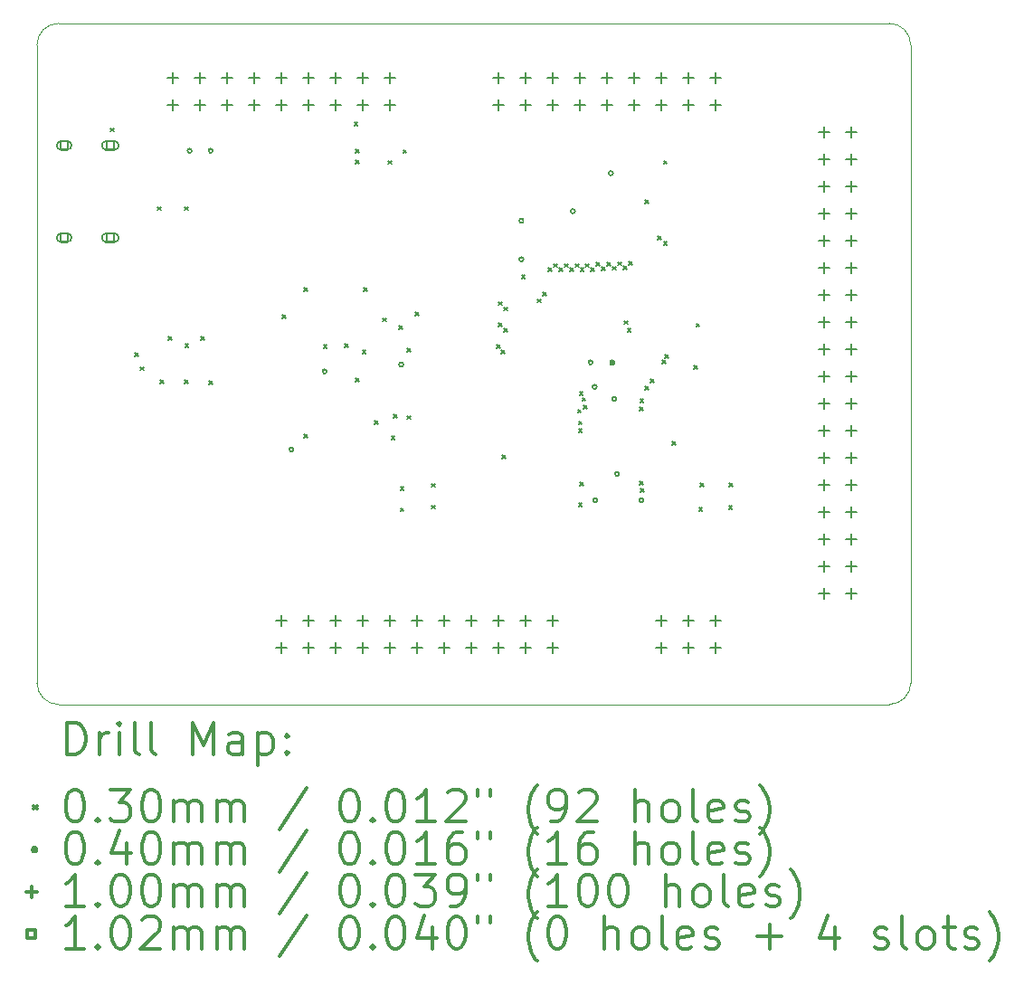
<source format=gbr>
%FSLAX45Y45*%
G04 Gerber Fmt 4.5, Leading zero omitted, Abs format (unit mm)*
G04 Created by KiCad (PCBNEW (5.1.2-1)-1) date 2019-12-25 23:24:40*
%MOMM*%
%LPD*%
G04 APERTURE LIST*
%ADD10C,0.050000*%
%ADD11C,0.200000*%
%ADD12C,0.300000*%
G04 APERTURE END LIST*
D10*
X9245600Y-1270000D02*
G75*
G02X9448800Y-1473200I0J-203200D01*
G01*
X9448800Y-7442200D02*
G75*
G02X9245600Y-7645400I-203200J0D01*
G01*
X1473200Y-7645400D02*
G75*
G02X1270000Y-7442200I0J203200D01*
G01*
X1270000Y-1473200D02*
G75*
G02X1473200Y-1270000I203200J0D01*
G01*
X9245600Y-7645400D02*
X1473200Y-7645400D01*
X9448800Y-1473200D02*
X9448800Y-7442200D01*
X1270000Y-7442200D02*
X1270000Y-1473200D01*
X1473200Y-1270000D02*
X9245600Y-1270000D01*
D11*
X1958575Y-2251950D02*
X1988575Y-2281950D01*
X1988575Y-2251950D02*
X1958575Y-2281950D01*
X2188450Y-4353800D02*
X2218450Y-4383800D01*
X2218450Y-4353800D02*
X2188450Y-4383800D01*
X2236350Y-4487150D02*
X2266350Y-4517150D01*
X2266350Y-4487150D02*
X2236350Y-4517150D01*
X2398000Y-2988550D02*
X2428000Y-3018550D01*
X2428000Y-2988550D02*
X2398000Y-3018550D01*
X2423400Y-4607800D02*
X2453400Y-4637800D01*
X2453400Y-4607800D02*
X2423400Y-4637800D01*
X2499600Y-4201400D02*
X2529600Y-4231400D01*
X2529600Y-4201400D02*
X2499600Y-4231400D01*
X2652000Y-2988550D02*
X2682000Y-3018550D01*
X2682000Y-2988550D02*
X2652000Y-3018550D01*
X2652000Y-4607800D02*
X2682000Y-4637800D01*
X2682000Y-4607800D02*
X2652000Y-4637800D01*
X2658350Y-4271250D02*
X2688350Y-4301250D01*
X2688350Y-4271250D02*
X2658350Y-4301250D01*
X2804400Y-4201400D02*
X2834400Y-4231400D01*
X2834400Y-4201400D02*
X2804400Y-4231400D01*
X2880600Y-4620500D02*
X2910600Y-4650500D01*
X2910600Y-4620500D02*
X2880600Y-4650500D01*
X3566401Y-3998200D02*
X3596401Y-4028200D01*
X3596401Y-3998200D02*
X3566401Y-4028200D01*
X3769600Y-3744200D02*
X3799600Y-3774200D01*
X3799600Y-3744200D02*
X3769600Y-3774200D01*
X3769600Y-5115800D02*
X3799600Y-5145800D01*
X3799600Y-5115800D02*
X3769600Y-5145800D01*
X3953750Y-4277600D02*
X3983750Y-4307600D01*
X3983750Y-4277600D02*
X3953750Y-4307600D01*
X4150600Y-4271250D02*
X4180600Y-4301250D01*
X4180600Y-4271250D02*
X4150600Y-4301250D01*
X4239500Y-2194800D02*
X4269500Y-2224800D01*
X4269500Y-2194800D02*
X4239500Y-2224800D01*
X4252200Y-2448800D02*
X4282200Y-2478800D01*
X4282200Y-2448800D02*
X4252200Y-2478800D01*
X4252200Y-4595100D02*
X4282200Y-4625100D01*
X4282200Y-4595100D02*
X4252200Y-4625100D01*
X4255100Y-2550400D02*
X4285100Y-2580400D01*
X4285100Y-2550400D02*
X4255100Y-2580400D01*
X4318003Y-4330703D02*
X4348003Y-4360703D01*
X4348003Y-4330703D02*
X4318003Y-4360703D01*
X4328400Y-3744200D02*
X4358400Y-3774200D01*
X4358400Y-3744200D02*
X4328400Y-3774200D01*
X4430000Y-4988800D02*
X4460000Y-5018800D01*
X4460000Y-4988800D02*
X4430000Y-5018800D01*
X4506200Y-4029950D02*
X4536200Y-4059950D01*
X4536200Y-4029950D02*
X4506200Y-4059950D01*
X4557000Y-2556750D02*
X4587000Y-2586750D01*
X4587000Y-2556750D02*
X4557000Y-2586750D01*
X4588750Y-5134850D02*
X4618750Y-5164850D01*
X4618750Y-5134850D02*
X4588750Y-5164850D01*
X4607800Y-4931650D02*
X4637800Y-4961650D01*
X4637800Y-4931650D02*
X4607800Y-4961650D01*
X4658600Y-4099800D02*
X4688600Y-4129800D01*
X4688600Y-4099800D02*
X4658600Y-4129800D01*
X4671300Y-5611100D02*
X4701300Y-5641100D01*
X4701300Y-5611100D02*
X4671300Y-5641100D01*
X4671300Y-5807950D02*
X4701300Y-5837950D01*
X4701300Y-5807950D02*
X4671300Y-5837950D01*
X4696700Y-2455150D02*
X4726700Y-2485150D01*
X4726700Y-2455150D02*
X4696700Y-2485150D01*
X4734800Y-4315700D02*
X4764800Y-4345700D01*
X4764800Y-4315700D02*
X4734800Y-4345700D01*
X4734800Y-4944350D02*
X4764800Y-4974350D01*
X4764800Y-4944350D02*
X4734800Y-4974350D01*
X4811000Y-3972800D02*
X4841000Y-4002800D01*
X4841000Y-3972800D02*
X4811000Y-4002800D01*
X4963400Y-5579350D02*
X4993400Y-5609350D01*
X4993400Y-5579350D02*
X4963400Y-5609350D01*
X4963400Y-5782550D02*
X4993400Y-5812550D01*
X4993400Y-5782550D02*
X4963400Y-5812550D01*
X5573000Y-4277600D02*
X5603000Y-4307600D01*
X5603000Y-4277600D02*
X5573000Y-4307600D01*
X5592050Y-3877550D02*
X5622050Y-3907550D01*
X5622050Y-3877550D02*
X5592050Y-3907550D01*
X5592050Y-4074400D02*
X5622050Y-4104400D01*
X5622050Y-4074400D02*
X5592050Y-4104400D01*
X5617450Y-4328400D02*
X5647450Y-4358400D01*
X5647450Y-4328400D02*
X5617450Y-4358400D01*
X5623800Y-5312650D02*
X5653800Y-5342650D01*
X5653800Y-5312650D02*
X5623800Y-5342650D01*
X5642850Y-3928350D02*
X5672850Y-3958350D01*
X5672850Y-3928350D02*
X5642850Y-3958350D01*
X5642850Y-4125200D02*
X5672850Y-4155200D01*
X5672850Y-4125200D02*
X5642850Y-4155200D01*
X5807950Y-3629900D02*
X5837950Y-3659900D01*
X5837950Y-3629900D02*
X5807950Y-3659900D01*
X5954000Y-3852150D02*
X5984000Y-3882150D01*
X5984000Y-3852150D02*
X5954000Y-3882150D01*
X6004800Y-3788650D02*
X6034800Y-3818650D01*
X6034800Y-3788650D02*
X6004800Y-3818650D01*
X6055600Y-3560050D02*
X6085600Y-3590050D01*
X6085600Y-3560050D02*
X6055600Y-3590050D01*
X6106400Y-3521950D02*
X6136400Y-3551950D01*
X6136400Y-3521950D02*
X6106400Y-3551950D01*
X6157200Y-3560050D02*
X6187200Y-3590050D01*
X6187200Y-3560050D02*
X6157200Y-3590050D01*
X6208000Y-3521950D02*
X6238000Y-3551950D01*
X6238000Y-3521950D02*
X6208000Y-3551950D01*
X6258500Y-3560050D02*
X6288500Y-3590050D01*
X6288500Y-3560050D02*
X6258500Y-3590050D01*
X6309600Y-3521950D02*
X6339600Y-3551950D01*
X6339600Y-3521950D02*
X6309600Y-3551950D01*
X6331505Y-4886158D02*
X6361505Y-4916158D01*
X6361505Y-4886158D02*
X6331505Y-4916158D01*
X6341350Y-4995150D02*
X6371350Y-5025150D01*
X6371350Y-4995150D02*
X6341350Y-5025150D01*
X6341350Y-5065000D02*
X6371350Y-5095000D01*
X6371350Y-5065000D02*
X6341350Y-5095000D01*
X6341350Y-5763500D02*
X6371350Y-5793500D01*
X6371350Y-5763500D02*
X6341350Y-5793500D01*
X6347187Y-4720330D02*
X6377187Y-4750330D01*
X6377187Y-4720330D02*
X6347187Y-4750330D01*
X6354050Y-5566650D02*
X6384050Y-5596650D01*
X6384050Y-5566650D02*
X6354050Y-5596650D01*
X6357501Y-3560050D02*
X6387501Y-3590050D01*
X6387501Y-3560050D02*
X6357501Y-3590050D01*
X6375951Y-4775750D02*
X6405951Y-4805750D01*
X6405951Y-4775750D02*
X6375951Y-4805750D01*
X6385253Y-4846604D02*
X6415253Y-4876604D01*
X6415253Y-4846604D02*
X6385253Y-4876604D01*
X6404850Y-3521950D02*
X6434850Y-3551950D01*
X6434850Y-3521950D02*
X6404850Y-3551950D01*
X6455650Y-3560050D02*
X6485650Y-3590050D01*
X6485650Y-3560050D02*
X6455650Y-3590050D01*
X6506450Y-3509250D02*
X6536450Y-3539250D01*
X6536450Y-3509250D02*
X6506450Y-3539250D01*
X6557250Y-3553700D02*
X6587250Y-3583700D01*
X6587250Y-3553700D02*
X6557250Y-3583700D01*
X6608050Y-3509250D02*
X6638050Y-3539250D01*
X6638050Y-3509250D02*
X6608050Y-3539250D01*
X6639800Y-4430000D02*
X6669800Y-4460000D01*
X6669800Y-4430000D02*
X6639800Y-4460000D01*
X6658300Y-3547350D02*
X6688300Y-3577350D01*
X6688300Y-3547350D02*
X6658300Y-3577350D01*
X6709044Y-3504955D02*
X6739044Y-3534955D01*
X6739044Y-3504955D02*
X6709044Y-3534955D01*
X6757551Y-3541000D02*
X6787551Y-3571000D01*
X6787551Y-3541000D02*
X6757551Y-3571000D01*
X6766800Y-4055350D02*
X6796800Y-4085350D01*
X6796800Y-4055350D02*
X6766800Y-4085350D01*
X6798550Y-4125200D02*
X6828550Y-4155200D01*
X6828550Y-4125200D02*
X6798550Y-4155200D01*
X6811250Y-3502900D02*
X6841250Y-3532900D01*
X6841250Y-3502900D02*
X6811250Y-3532900D01*
X6912850Y-4861800D02*
X6942850Y-4891800D01*
X6942850Y-4861800D02*
X6912850Y-4891800D01*
X6912850Y-5560300D02*
X6942850Y-5590300D01*
X6942850Y-5560300D02*
X6912850Y-5590300D01*
X6916301Y-4785600D02*
X6946301Y-4815600D01*
X6946301Y-4785600D02*
X6916301Y-4815600D01*
X6919200Y-5623800D02*
X6949200Y-5653800D01*
X6949200Y-5623800D02*
X6919200Y-5653800D01*
X6964202Y-2925050D02*
X6994202Y-2955050D01*
X6994202Y-2925050D02*
X6964202Y-2955050D01*
X6964202Y-4671300D02*
X6994202Y-4701300D01*
X6994202Y-4671300D02*
X6964202Y-4701300D01*
X7012103Y-4601450D02*
X7042103Y-4631450D01*
X7042103Y-4601450D02*
X7012103Y-4631450D01*
X7083491Y-3264500D02*
X7113491Y-3294500D01*
X7113491Y-3264500D02*
X7083491Y-3294500D01*
X7125071Y-4425885D02*
X7155071Y-4455885D01*
X7155071Y-4425885D02*
X7125071Y-4455885D01*
X7135100Y-2556750D02*
X7165100Y-2586750D01*
X7165100Y-2556750D02*
X7135100Y-2586750D01*
X7135100Y-3312400D02*
X7165100Y-3342400D01*
X7165100Y-3312400D02*
X7135100Y-3342400D01*
X7147800Y-4372850D02*
X7177800Y-4402850D01*
X7177800Y-4372850D02*
X7147800Y-4402850D01*
X7217650Y-5185650D02*
X7247650Y-5215650D01*
X7247650Y-5185650D02*
X7217650Y-5215650D01*
X7420850Y-4474450D02*
X7450850Y-4504450D01*
X7450850Y-4474450D02*
X7420850Y-4504450D01*
X7439900Y-4080750D02*
X7469900Y-4110750D01*
X7469900Y-4080750D02*
X7439900Y-4110750D01*
X7465300Y-5801600D02*
X7495300Y-5831600D01*
X7495300Y-5801600D02*
X7465300Y-5831600D01*
X7478000Y-5573000D02*
X7508000Y-5603000D01*
X7508000Y-5573000D02*
X7478000Y-5603000D01*
X7744700Y-5788900D02*
X7774700Y-5818900D01*
X7774700Y-5788900D02*
X7744700Y-5818900D01*
X7751050Y-5573000D02*
X7781050Y-5603000D01*
X7781050Y-5573000D02*
X7751050Y-5603000D01*
X2718750Y-2463800D02*
G75*
G03X2718750Y-2463800I-20000J0D01*
G01*
X2915600Y-2463800D02*
G75*
G03X2915600Y-2463800I-20000J0D01*
G01*
X3671250Y-5257800D02*
G75*
G03X3671250Y-5257800I-20000J0D01*
G01*
X3982400Y-4529301D02*
G75*
G03X3982400Y-4529301I-20000J0D01*
G01*
X4699950Y-4464050D02*
G75*
G03X4699950Y-4464050I-20000J0D01*
G01*
X5823900Y-3117850D02*
G75*
G03X5823900Y-3117850I-20000J0D01*
G01*
X5823900Y-3479800D02*
G75*
G03X5823900Y-3479800I-20000J0D01*
G01*
X6306500Y-3028950D02*
G75*
G03X6306500Y-3028950I-20000J0D01*
G01*
X6471600Y-4445000D02*
G75*
G03X6471600Y-4445000I-20000J0D01*
G01*
X6509700Y-4673600D02*
G75*
G03X6509700Y-4673600I-20000J0D01*
G01*
X6516050Y-5734050D02*
G75*
G03X6516050Y-5734050I-20000J0D01*
G01*
X6662100Y-2673350D02*
G75*
G03X6662100Y-2673350I-20000J0D01*
G01*
X6674800Y-4445000D02*
G75*
G03X6674800Y-4445000I-20000J0D01*
G01*
X6693850Y-4787900D02*
G75*
G03X6693850Y-4787900I-20000J0D01*
G01*
X6719250Y-5486400D02*
G75*
G03X6719250Y-5486400I-20000J0D01*
G01*
X6947850Y-5734050D02*
G75*
G03X6947850Y-5734050I-20000J0D01*
G01*
X2540000Y-1728000D02*
X2540000Y-1828000D01*
X2490000Y-1778000D02*
X2590000Y-1778000D01*
X2540000Y-1982000D02*
X2540000Y-2082000D01*
X2490000Y-2032000D02*
X2590000Y-2032000D01*
X2794000Y-1728000D02*
X2794000Y-1828000D01*
X2744000Y-1778000D02*
X2844000Y-1778000D01*
X2794000Y-1982000D02*
X2794000Y-2082000D01*
X2744000Y-2032000D02*
X2844000Y-2032000D01*
X3048000Y-1728000D02*
X3048000Y-1828000D01*
X2998000Y-1778000D02*
X3098000Y-1778000D01*
X3048000Y-1982000D02*
X3048000Y-2082000D01*
X2998000Y-2032000D02*
X3098000Y-2032000D01*
X3302000Y-1728000D02*
X3302000Y-1828000D01*
X3252000Y-1778000D02*
X3352000Y-1778000D01*
X3302000Y-1982000D02*
X3302000Y-2082000D01*
X3252000Y-2032000D02*
X3352000Y-2032000D01*
X3556000Y-1728000D02*
X3556000Y-1828000D01*
X3506000Y-1778000D02*
X3606000Y-1778000D01*
X3556000Y-1982000D02*
X3556000Y-2082000D01*
X3506000Y-2032000D02*
X3606000Y-2032000D01*
X3810000Y-1728000D02*
X3810000Y-1828000D01*
X3760000Y-1778000D02*
X3860000Y-1778000D01*
X3810000Y-1982000D02*
X3810000Y-2082000D01*
X3760000Y-2032000D02*
X3860000Y-2032000D01*
X4064000Y-1728000D02*
X4064000Y-1828000D01*
X4014000Y-1778000D02*
X4114000Y-1778000D01*
X4064000Y-1982000D02*
X4064000Y-2082000D01*
X4014000Y-2032000D02*
X4114000Y-2032000D01*
X4318000Y-1728000D02*
X4318000Y-1828000D01*
X4268000Y-1778000D02*
X4368000Y-1778000D01*
X4318000Y-1982000D02*
X4318000Y-2082000D01*
X4268000Y-2032000D02*
X4368000Y-2032000D01*
X4572000Y-1728000D02*
X4572000Y-1828000D01*
X4522000Y-1778000D02*
X4622000Y-1778000D01*
X4572000Y-1982000D02*
X4572000Y-2082000D01*
X4522000Y-2032000D02*
X4622000Y-2032000D01*
X3556000Y-6808000D02*
X3556000Y-6908000D01*
X3506000Y-6858000D02*
X3606000Y-6858000D01*
X3556000Y-7062000D02*
X3556000Y-7162000D01*
X3506000Y-7112000D02*
X3606000Y-7112000D01*
X3810000Y-6808000D02*
X3810000Y-6908000D01*
X3760000Y-6858000D02*
X3860000Y-6858000D01*
X3810000Y-7062000D02*
X3810000Y-7162000D01*
X3760000Y-7112000D02*
X3860000Y-7112000D01*
X4064000Y-6808000D02*
X4064000Y-6908000D01*
X4014000Y-6858000D02*
X4114000Y-6858000D01*
X4064000Y-7062000D02*
X4064000Y-7162000D01*
X4014000Y-7112000D02*
X4114000Y-7112000D01*
X4318000Y-6808000D02*
X4318000Y-6908000D01*
X4268000Y-6858000D02*
X4368000Y-6858000D01*
X4318000Y-7062000D02*
X4318000Y-7162000D01*
X4268000Y-7112000D02*
X4368000Y-7112000D01*
X4572000Y-6808000D02*
X4572000Y-6908000D01*
X4522000Y-6858000D02*
X4622000Y-6858000D01*
X4572000Y-7062000D02*
X4572000Y-7162000D01*
X4522000Y-7112000D02*
X4622000Y-7112000D01*
X4826000Y-6808000D02*
X4826000Y-6908000D01*
X4776000Y-6858000D02*
X4876000Y-6858000D01*
X4826000Y-7062000D02*
X4826000Y-7162000D01*
X4776000Y-7112000D02*
X4876000Y-7112000D01*
X5080000Y-6808000D02*
X5080000Y-6908000D01*
X5030000Y-6858000D02*
X5130000Y-6858000D01*
X5080000Y-7062000D02*
X5080000Y-7162000D01*
X5030000Y-7112000D02*
X5130000Y-7112000D01*
X5334000Y-6808000D02*
X5334000Y-6908000D01*
X5284000Y-6858000D02*
X5384000Y-6858000D01*
X5334000Y-7062000D02*
X5334000Y-7162000D01*
X5284000Y-7112000D02*
X5384000Y-7112000D01*
X5588000Y-6808000D02*
X5588000Y-6908000D01*
X5538000Y-6858000D02*
X5638000Y-6858000D01*
X5588000Y-7062000D02*
X5588000Y-7162000D01*
X5538000Y-7112000D02*
X5638000Y-7112000D01*
X5842000Y-6808000D02*
X5842000Y-6908000D01*
X5792000Y-6858000D02*
X5892000Y-6858000D01*
X5842000Y-7062000D02*
X5842000Y-7162000D01*
X5792000Y-7112000D02*
X5892000Y-7112000D01*
X6096000Y-6808000D02*
X6096000Y-6908000D01*
X6046000Y-6858000D02*
X6146000Y-6858000D01*
X6096000Y-7062000D02*
X6096000Y-7162000D01*
X6046000Y-7112000D02*
X6146000Y-7112000D01*
X8636000Y-2236000D02*
X8636000Y-2336000D01*
X8586000Y-2286000D02*
X8686000Y-2286000D01*
X8636000Y-2490000D02*
X8636000Y-2590000D01*
X8586000Y-2540000D02*
X8686000Y-2540000D01*
X8636000Y-2744000D02*
X8636000Y-2844000D01*
X8586000Y-2794000D02*
X8686000Y-2794000D01*
X8636000Y-2998000D02*
X8636000Y-3098000D01*
X8586000Y-3048000D02*
X8686000Y-3048000D01*
X8636000Y-3252000D02*
X8636000Y-3352000D01*
X8586000Y-3302000D02*
X8686000Y-3302000D01*
X8636000Y-3506000D02*
X8636000Y-3606000D01*
X8586000Y-3556000D02*
X8686000Y-3556000D01*
X8636000Y-3760000D02*
X8636000Y-3860000D01*
X8586000Y-3810000D02*
X8686000Y-3810000D01*
X8636000Y-4014000D02*
X8636000Y-4114000D01*
X8586000Y-4064000D02*
X8686000Y-4064000D01*
X8636000Y-4268000D02*
X8636000Y-4368000D01*
X8586000Y-4318000D02*
X8686000Y-4318000D01*
X8636000Y-4522000D02*
X8636000Y-4622000D01*
X8586000Y-4572000D02*
X8686000Y-4572000D01*
X8636000Y-4776000D02*
X8636000Y-4876000D01*
X8586000Y-4826000D02*
X8686000Y-4826000D01*
X8636000Y-5030000D02*
X8636000Y-5130000D01*
X8586000Y-5080000D02*
X8686000Y-5080000D01*
X8636000Y-5284000D02*
X8636000Y-5384000D01*
X8586000Y-5334000D02*
X8686000Y-5334000D01*
X8636000Y-5538000D02*
X8636000Y-5638000D01*
X8586000Y-5588000D02*
X8686000Y-5588000D01*
X8636000Y-5792000D02*
X8636000Y-5892000D01*
X8586000Y-5842000D02*
X8686000Y-5842000D01*
X8636000Y-6046000D02*
X8636000Y-6146000D01*
X8586000Y-6096000D02*
X8686000Y-6096000D01*
X8636000Y-6300000D02*
X8636000Y-6400000D01*
X8586000Y-6350000D02*
X8686000Y-6350000D01*
X8636000Y-6554000D02*
X8636000Y-6654000D01*
X8586000Y-6604000D02*
X8686000Y-6604000D01*
X8890000Y-2236000D02*
X8890000Y-2336000D01*
X8840000Y-2286000D02*
X8940000Y-2286000D01*
X8890000Y-2490000D02*
X8890000Y-2590000D01*
X8840000Y-2540000D02*
X8940000Y-2540000D01*
X8890000Y-2744000D02*
X8890000Y-2844000D01*
X8840000Y-2794000D02*
X8940000Y-2794000D01*
X8890000Y-2998000D02*
X8890000Y-3098000D01*
X8840000Y-3048000D02*
X8940000Y-3048000D01*
X8890000Y-3252000D02*
X8890000Y-3352000D01*
X8840000Y-3302000D02*
X8940000Y-3302000D01*
X8890000Y-3506000D02*
X8890000Y-3606000D01*
X8840000Y-3556000D02*
X8940000Y-3556000D01*
X8890000Y-3760000D02*
X8890000Y-3860000D01*
X8840000Y-3810000D02*
X8940000Y-3810000D01*
X8890000Y-4014000D02*
X8890000Y-4114000D01*
X8840000Y-4064000D02*
X8940000Y-4064000D01*
X8890000Y-4268000D02*
X8890000Y-4368000D01*
X8840000Y-4318000D02*
X8940000Y-4318000D01*
X8890000Y-4522000D02*
X8890000Y-4622000D01*
X8840000Y-4572000D02*
X8940000Y-4572000D01*
X8890000Y-4776000D02*
X8890000Y-4876000D01*
X8840000Y-4826000D02*
X8940000Y-4826000D01*
X8890000Y-5030000D02*
X8890000Y-5130000D01*
X8840000Y-5080000D02*
X8940000Y-5080000D01*
X8890000Y-5284000D02*
X8890000Y-5384000D01*
X8840000Y-5334000D02*
X8940000Y-5334000D01*
X8890000Y-5538000D02*
X8890000Y-5638000D01*
X8840000Y-5588000D02*
X8940000Y-5588000D01*
X8890000Y-5792000D02*
X8890000Y-5892000D01*
X8840000Y-5842000D02*
X8940000Y-5842000D01*
X8890000Y-6046000D02*
X8890000Y-6146000D01*
X8840000Y-6096000D02*
X8940000Y-6096000D01*
X8890000Y-6300000D02*
X8890000Y-6400000D01*
X8840000Y-6350000D02*
X8940000Y-6350000D01*
X8890000Y-6554000D02*
X8890000Y-6654000D01*
X8840000Y-6604000D02*
X8940000Y-6604000D01*
X7112000Y-6808000D02*
X7112000Y-6908000D01*
X7062000Y-6858000D02*
X7162000Y-6858000D01*
X7112000Y-7062000D02*
X7112000Y-7162000D01*
X7062000Y-7112000D02*
X7162000Y-7112000D01*
X7366000Y-6808000D02*
X7366000Y-6908000D01*
X7316000Y-6858000D02*
X7416000Y-6858000D01*
X7366000Y-7062000D02*
X7366000Y-7162000D01*
X7316000Y-7112000D02*
X7416000Y-7112000D01*
X7620000Y-6808000D02*
X7620000Y-6908000D01*
X7570000Y-6858000D02*
X7670000Y-6858000D01*
X7620000Y-7062000D02*
X7620000Y-7162000D01*
X7570000Y-7112000D02*
X7670000Y-7112000D01*
X5588000Y-1728000D02*
X5588000Y-1828000D01*
X5538000Y-1778000D02*
X5638000Y-1778000D01*
X5588000Y-1982000D02*
X5588000Y-2082000D01*
X5538000Y-2032000D02*
X5638000Y-2032000D01*
X5842000Y-1728000D02*
X5842000Y-1828000D01*
X5792000Y-1778000D02*
X5892000Y-1778000D01*
X5842000Y-1982000D02*
X5842000Y-2082000D01*
X5792000Y-2032000D02*
X5892000Y-2032000D01*
X6096000Y-1728000D02*
X6096000Y-1828000D01*
X6046000Y-1778000D02*
X6146000Y-1778000D01*
X6096000Y-1982000D02*
X6096000Y-2082000D01*
X6046000Y-2032000D02*
X6146000Y-2032000D01*
X6350000Y-1728000D02*
X6350000Y-1828000D01*
X6300000Y-1778000D02*
X6400000Y-1778000D01*
X6350000Y-1982000D02*
X6350000Y-2082000D01*
X6300000Y-2032000D02*
X6400000Y-2032000D01*
X6604000Y-1728000D02*
X6604000Y-1828000D01*
X6554000Y-1778000D02*
X6654000Y-1778000D01*
X6604000Y-1982000D02*
X6604000Y-2082000D01*
X6554000Y-2032000D02*
X6654000Y-2032000D01*
X6858000Y-1728000D02*
X6858000Y-1828000D01*
X6808000Y-1778000D02*
X6908000Y-1778000D01*
X6858000Y-1982000D02*
X6858000Y-2082000D01*
X6808000Y-2032000D02*
X6908000Y-2032000D01*
X7112000Y-1728000D02*
X7112000Y-1828000D01*
X7062000Y-1778000D02*
X7162000Y-1778000D01*
X7112000Y-1982000D02*
X7112000Y-2082000D01*
X7062000Y-2032000D02*
X7162000Y-2032000D01*
X7366000Y-1728000D02*
X7366000Y-1828000D01*
X7316000Y-1778000D02*
X7416000Y-1778000D01*
X7366000Y-1982000D02*
X7366000Y-2082000D01*
X7316000Y-2032000D02*
X7416000Y-2032000D01*
X7620000Y-1728000D02*
X7620000Y-1828000D01*
X7570000Y-1778000D02*
X7670000Y-1778000D01*
X7620000Y-1982000D02*
X7620000Y-2082000D01*
X7570000Y-2032000D02*
X7670000Y-2032000D01*
X1559921Y-2448921D02*
X1559921Y-2377079D01*
X1488079Y-2377079D01*
X1488079Y-2448921D01*
X1559921Y-2448921D01*
X1551940Y-2372200D02*
X1496060Y-2372200D01*
X1551940Y-2453800D02*
X1496060Y-2453800D01*
X1496060Y-2372200D02*
G75*
G03X1496060Y-2453800I0J-40800D01*
G01*
X1551940Y-2453800D02*
G75*
G03X1551940Y-2372200I0J40800D01*
G01*
X1559921Y-3312521D02*
X1559921Y-3240679D01*
X1488079Y-3240679D01*
X1488079Y-3312521D01*
X1559921Y-3312521D01*
X1551940Y-3235800D02*
X1496060Y-3235800D01*
X1551940Y-3317400D02*
X1496060Y-3317400D01*
X1496060Y-3235800D02*
G75*
G03X1496060Y-3317400I0J-40800D01*
G01*
X1551940Y-3317400D02*
G75*
G03X1551940Y-3235800I0J40800D01*
G01*
X1991721Y-2448921D02*
X1991721Y-2377079D01*
X1919879Y-2377079D01*
X1919879Y-2448921D01*
X1991721Y-2448921D01*
X1993900Y-2372200D02*
X1917700Y-2372200D01*
X1993900Y-2453800D02*
X1917700Y-2453800D01*
X1917700Y-2372200D02*
G75*
G03X1917700Y-2453800I0J-40800D01*
G01*
X1993900Y-2453800D02*
G75*
G03X1993900Y-2372200I0J40800D01*
G01*
X1991721Y-3312521D02*
X1991721Y-3240679D01*
X1919879Y-3240679D01*
X1919879Y-3312521D01*
X1991721Y-3312521D01*
X1993900Y-3235800D02*
X1917700Y-3235800D01*
X1993900Y-3317400D02*
X1917700Y-3317400D01*
X1917700Y-3235800D02*
G75*
G03X1917700Y-3317400I0J-40800D01*
G01*
X1993900Y-3317400D02*
G75*
G03X1993900Y-3235800I0J40800D01*
G01*
D12*
X1553928Y-8113614D02*
X1553928Y-7813614D01*
X1625357Y-7813614D01*
X1668214Y-7827900D01*
X1696786Y-7856471D01*
X1711071Y-7885043D01*
X1725357Y-7942186D01*
X1725357Y-7985043D01*
X1711071Y-8042186D01*
X1696786Y-8070757D01*
X1668214Y-8099329D01*
X1625357Y-8113614D01*
X1553928Y-8113614D01*
X1853928Y-8113614D02*
X1853928Y-7913614D01*
X1853928Y-7970757D02*
X1868214Y-7942186D01*
X1882500Y-7927900D01*
X1911071Y-7913614D01*
X1939643Y-7913614D01*
X2039643Y-8113614D02*
X2039643Y-7913614D01*
X2039643Y-7813614D02*
X2025357Y-7827900D01*
X2039643Y-7842186D01*
X2053928Y-7827900D01*
X2039643Y-7813614D01*
X2039643Y-7842186D01*
X2225357Y-8113614D02*
X2196786Y-8099329D01*
X2182500Y-8070757D01*
X2182500Y-7813614D01*
X2382500Y-8113614D02*
X2353928Y-8099329D01*
X2339643Y-8070757D01*
X2339643Y-7813614D01*
X2725357Y-8113614D02*
X2725357Y-7813614D01*
X2825357Y-8027900D01*
X2925357Y-7813614D01*
X2925357Y-8113614D01*
X3196786Y-8113614D02*
X3196786Y-7956471D01*
X3182500Y-7927900D01*
X3153928Y-7913614D01*
X3096786Y-7913614D01*
X3068214Y-7927900D01*
X3196786Y-8099329D02*
X3168214Y-8113614D01*
X3096786Y-8113614D01*
X3068214Y-8099329D01*
X3053928Y-8070757D01*
X3053928Y-8042186D01*
X3068214Y-8013614D01*
X3096786Y-7999329D01*
X3168214Y-7999329D01*
X3196786Y-7985043D01*
X3339643Y-7913614D02*
X3339643Y-8213614D01*
X3339643Y-7927900D02*
X3368214Y-7913614D01*
X3425357Y-7913614D01*
X3453928Y-7927900D01*
X3468214Y-7942186D01*
X3482500Y-7970757D01*
X3482500Y-8056471D01*
X3468214Y-8085043D01*
X3453928Y-8099329D01*
X3425357Y-8113614D01*
X3368214Y-8113614D01*
X3339643Y-8099329D01*
X3611071Y-8085043D02*
X3625357Y-8099329D01*
X3611071Y-8113614D01*
X3596786Y-8099329D01*
X3611071Y-8085043D01*
X3611071Y-8113614D01*
X3611071Y-7927900D02*
X3625357Y-7942186D01*
X3611071Y-7956471D01*
X3596786Y-7942186D01*
X3611071Y-7927900D01*
X3611071Y-7956471D01*
X1237500Y-8592900D02*
X1267500Y-8622900D01*
X1267500Y-8592900D02*
X1237500Y-8622900D01*
X1611071Y-8443614D02*
X1639643Y-8443614D01*
X1668214Y-8457900D01*
X1682500Y-8472186D01*
X1696786Y-8500757D01*
X1711071Y-8557900D01*
X1711071Y-8629329D01*
X1696786Y-8686472D01*
X1682500Y-8715043D01*
X1668214Y-8729329D01*
X1639643Y-8743614D01*
X1611071Y-8743614D01*
X1582500Y-8729329D01*
X1568214Y-8715043D01*
X1553928Y-8686472D01*
X1539643Y-8629329D01*
X1539643Y-8557900D01*
X1553928Y-8500757D01*
X1568214Y-8472186D01*
X1582500Y-8457900D01*
X1611071Y-8443614D01*
X1839643Y-8715043D02*
X1853928Y-8729329D01*
X1839643Y-8743614D01*
X1825357Y-8729329D01*
X1839643Y-8715043D01*
X1839643Y-8743614D01*
X1953928Y-8443614D02*
X2139643Y-8443614D01*
X2039643Y-8557900D01*
X2082500Y-8557900D01*
X2111071Y-8572186D01*
X2125357Y-8586472D01*
X2139643Y-8615043D01*
X2139643Y-8686472D01*
X2125357Y-8715043D01*
X2111071Y-8729329D01*
X2082500Y-8743614D01*
X1996786Y-8743614D01*
X1968214Y-8729329D01*
X1953928Y-8715043D01*
X2325357Y-8443614D02*
X2353928Y-8443614D01*
X2382500Y-8457900D01*
X2396786Y-8472186D01*
X2411071Y-8500757D01*
X2425357Y-8557900D01*
X2425357Y-8629329D01*
X2411071Y-8686472D01*
X2396786Y-8715043D01*
X2382500Y-8729329D01*
X2353928Y-8743614D01*
X2325357Y-8743614D01*
X2296786Y-8729329D01*
X2282500Y-8715043D01*
X2268214Y-8686472D01*
X2253928Y-8629329D01*
X2253928Y-8557900D01*
X2268214Y-8500757D01*
X2282500Y-8472186D01*
X2296786Y-8457900D01*
X2325357Y-8443614D01*
X2553928Y-8743614D02*
X2553928Y-8543614D01*
X2553928Y-8572186D02*
X2568214Y-8557900D01*
X2596786Y-8543614D01*
X2639643Y-8543614D01*
X2668214Y-8557900D01*
X2682500Y-8586472D01*
X2682500Y-8743614D01*
X2682500Y-8586472D02*
X2696786Y-8557900D01*
X2725357Y-8543614D01*
X2768214Y-8543614D01*
X2796786Y-8557900D01*
X2811071Y-8586472D01*
X2811071Y-8743614D01*
X2953928Y-8743614D02*
X2953928Y-8543614D01*
X2953928Y-8572186D02*
X2968214Y-8557900D01*
X2996786Y-8543614D01*
X3039643Y-8543614D01*
X3068214Y-8557900D01*
X3082500Y-8586472D01*
X3082500Y-8743614D01*
X3082500Y-8586472D02*
X3096786Y-8557900D01*
X3125357Y-8543614D01*
X3168214Y-8543614D01*
X3196786Y-8557900D01*
X3211071Y-8586472D01*
X3211071Y-8743614D01*
X3796786Y-8429329D02*
X3539643Y-8815043D01*
X4182500Y-8443614D02*
X4211071Y-8443614D01*
X4239643Y-8457900D01*
X4253928Y-8472186D01*
X4268214Y-8500757D01*
X4282500Y-8557900D01*
X4282500Y-8629329D01*
X4268214Y-8686472D01*
X4253928Y-8715043D01*
X4239643Y-8729329D01*
X4211071Y-8743614D01*
X4182500Y-8743614D01*
X4153928Y-8729329D01*
X4139643Y-8715043D01*
X4125357Y-8686472D01*
X4111071Y-8629329D01*
X4111071Y-8557900D01*
X4125357Y-8500757D01*
X4139643Y-8472186D01*
X4153928Y-8457900D01*
X4182500Y-8443614D01*
X4411071Y-8715043D02*
X4425357Y-8729329D01*
X4411071Y-8743614D01*
X4396786Y-8729329D01*
X4411071Y-8715043D01*
X4411071Y-8743614D01*
X4611071Y-8443614D02*
X4639643Y-8443614D01*
X4668214Y-8457900D01*
X4682500Y-8472186D01*
X4696786Y-8500757D01*
X4711071Y-8557900D01*
X4711071Y-8629329D01*
X4696786Y-8686472D01*
X4682500Y-8715043D01*
X4668214Y-8729329D01*
X4639643Y-8743614D01*
X4611071Y-8743614D01*
X4582500Y-8729329D01*
X4568214Y-8715043D01*
X4553928Y-8686472D01*
X4539643Y-8629329D01*
X4539643Y-8557900D01*
X4553928Y-8500757D01*
X4568214Y-8472186D01*
X4582500Y-8457900D01*
X4611071Y-8443614D01*
X4996786Y-8743614D02*
X4825357Y-8743614D01*
X4911071Y-8743614D02*
X4911071Y-8443614D01*
X4882500Y-8486472D01*
X4853928Y-8515043D01*
X4825357Y-8529329D01*
X5111071Y-8472186D02*
X5125357Y-8457900D01*
X5153928Y-8443614D01*
X5225357Y-8443614D01*
X5253928Y-8457900D01*
X5268214Y-8472186D01*
X5282500Y-8500757D01*
X5282500Y-8529329D01*
X5268214Y-8572186D01*
X5096786Y-8743614D01*
X5282500Y-8743614D01*
X5396786Y-8443614D02*
X5396786Y-8500757D01*
X5511071Y-8443614D02*
X5511071Y-8500757D01*
X5953928Y-8857900D02*
X5939643Y-8843614D01*
X5911071Y-8800757D01*
X5896786Y-8772186D01*
X5882500Y-8729329D01*
X5868214Y-8657900D01*
X5868214Y-8600757D01*
X5882500Y-8529329D01*
X5896786Y-8486472D01*
X5911071Y-8457900D01*
X5939643Y-8415043D01*
X5953928Y-8400757D01*
X6082500Y-8743614D02*
X6139643Y-8743614D01*
X6168214Y-8729329D01*
X6182500Y-8715043D01*
X6211071Y-8672186D01*
X6225357Y-8615043D01*
X6225357Y-8500757D01*
X6211071Y-8472186D01*
X6196786Y-8457900D01*
X6168214Y-8443614D01*
X6111071Y-8443614D01*
X6082500Y-8457900D01*
X6068214Y-8472186D01*
X6053928Y-8500757D01*
X6053928Y-8572186D01*
X6068214Y-8600757D01*
X6082500Y-8615043D01*
X6111071Y-8629329D01*
X6168214Y-8629329D01*
X6196786Y-8615043D01*
X6211071Y-8600757D01*
X6225357Y-8572186D01*
X6339643Y-8472186D02*
X6353928Y-8457900D01*
X6382500Y-8443614D01*
X6453928Y-8443614D01*
X6482500Y-8457900D01*
X6496786Y-8472186D01*
X6511071Y-8500757D01*
X6511071Y-8529329D01*
X6496786Y-8572186D01*
X6325357Y-8743614D01*
X6511071Y-8743614D01*
X6868214Y-8743614D02*
X6868214Y-8443614D01*
X6996786Y-8743614D02*
X6996786Y-8586472D01*
X6982500Y-8557900D01*
X6953928Y-8543614D01*
X6911071Y-8543614D01*
X6882500Y-8557900D01*
X6868214Y-8572186D01*
X7182500Y-8743614D02*
X7153928Y-8729329D01*
X7139643Y-8715043D01*
X7125357Y-8686472D01*
X7125357Y-8600757D01*
X7139643Y-8572186D01*
X7153928Y-8557900D01*
X7182500Y-8543614D01*
X7225357Y-8543614D01*
X7253928Y-8557900D01*
X7268214Y-8572186D01*
X7282500Y-8600757D01*
X7282500Y-8686472D01*
X7268214Y-8715043D01*
X7253928Y-8729329D01*
X7225357Y-8743614D01*
X7182500Y-8743614D01*
X7453928Y-8743614D02*
X7425357Y-8729329D01*
X7411071Y-8700757D01*
X7411071Y-8443614D01*
X7682500Y-8729329D02*
X7653928Y-8743614D01*
X7596786Y-8743614D01*
X7568214Y-8729329D01*
X7553928Y-8700757D01*
X7553928Y-8586472D01*
X7568214Y-8557900D01*
X7596786Y-8543614D01*
X7653928Y-8543614D01*
X7682500Y-8557900D01*
X7696786Y-8586472D01*
X7696786Y-8615043D01*
X7553928Y-8643614D01*
X7811071Y-8729329D02*
X7839643Y-8743614D01*
X7896786Y-8743614D01*
X7925357Y-8729329D01*
X7939643Y-8700757D01*
X7939643Y-8686472D01*
X7925357Y-8657900D01*
X7896786Y-8643614D01*
X7853928Y-8643614D01*
X7825357Y-8629329D01*
X7811071Y-8600757D01*
X7811071Y-8586472D01*
X7825357Y-8557900D01*
X7853928Y-8543614D01*
X7896786Y-8543614D01*
X7925357Y-8557900D01*
X8039643Y-8857900D02*
X8053928Y-8843614D01*
X8082500Y-8800757D01*
X8096786Y-8772186D01*
X8111071Y-8729329D01*
X8125357Y-8657900D01*
X8125357Y-8600757D01*
X8111071Y-8529329D01*
X8096786Y-8486472D01*
X8082500Y-8457900D01*
X8053928Y-8415043D01*
X8039643Y-8400757D01*
X1267500Y-9003900D02*
G75*
G03X1267500Y-9003900I-20000J0D01*
G01*
X1611071Y-8839614D02*
X1639643Y-8839614D01*
X1668214Y-8853900D01*
X1682500Y-8868186D01*
X1696786Y-8896757D01*
X1711071Y-8953900D01*
X1711071Y-9025329D01*
X1696786Y-9082472D01*
X1682500Y-9111043D01*
X1668214Y-9125329D01*
X1639643Y-9139614D01*
X1611071Y-9139614D01*
X1582500Y-9125329D01*
X1568214Y-9111043D01*
X1553928Y-9082472D01*
X1539643Y-9025329D01*
X1539643Y-8953900D01*
X1553928Y-8896757D01*
X1568214Y-8868186D01*
X1582500Y-8853900D01*
X1611071Y-8839614D01*
X1839643Y-9111043D02*
X1853928Y-9125329D01*
X1839643Y-9139614D01*
X1825357Y-9125329D01*
X1839643Y-9111043D01*
X1839643Y-9139614D01*
X2111071Y-8939614D02*
X2111071Y-9139614D01*
X2039643Y-8825329D02*
X1968214Y-9039614D01*
X2153928Y-9039614D01*
X2325357Y-8839614D02*
X2353928Y-8839614D01*
X2382500Y-8853900D01*
X2396786Y-8868186D01*
X2411071Y-8896757D01*
X2425357Y-8953900D01*
X2425357Y-9025329D01*
X2411071Y-9082472D01*
X2396786Y-9111043D01*
X2382500Y-9125329D01*
X2353928Y-9139614D01*
X2325357Y-9139614D01*
X2296786Y-9125329D01*
X2282500Y-9111043D01*
X2268214Y-9082472D01*
X2253928Y-9025329D01*
X2253928Y-8953900D01*
X2268214Y-8896757D01*
X2282500Y-8868186D01*
X2296786Y-8853900D01*
X2325357Y-8839614D01*
X2553928Y-9139614D02*
X2553928Y-8939614D01*
X2553928Y-8968186D02*
X2568214Y-8953900D01*
X2596786Y-8939614D01*
X2639643Y-8939614D01*
X2668214Y-8953900D01*
X2682500Y-8982472D01*
X2682500Y-9139614D01*
X2682500Y-8982472D02*
X2696786Y-8953900D01*
X2725357Y-8939614D01*
X2768214Y-8939614D01*
X2796786Y-8953900D01*
X2811071Y-8982472D01*
X2811071Y-9139614D01*
X2953928Y-9139614D02*
X2953928Y-8939614D01*
X2953928Y-8968186D02*
X2968214Y-8953900D01*
X2996786Y-8939614D01*
X3039643Y-8939614D01*
X3068214Y-8953900D01*
X3082500Y-8982472D01*
X3082500Y-9139614D01*
X3082500Y-8982472D02*
X3096786Y-8953900D01*
X3125357Y-8939614D01*
X3168214Y-8939614D01*
X3196786Y-8953900D01*
X3211071Y-8982472D01*
X3211071Y-9139614D01*
X3796786Y-8825329D02*
X3539643Y-9211043D01*
X4182500Y-8839614D02*
X4211071Y-8839614D01*
X4239643Y-8853900D01*
X4253928Y-8868186D01*
X4268214Y-8896757D01*
X4282500Y-8953900D01*
X4282500Y-9025329D01*
X4268214Y-9082472D01*
X4253928Y-9111043D01*
X4239643Y-9125329D01*
X4211071Y-9139614D01*
X4182500Y-9139614D01*
X4153928Y-9125329D01*
X4139643Y-9111043D01*
X4125357Y-9082472D01*
X4111071Y-9025329D01*
X4111071Y-8953900D01*
X4125357Y-8896757D01*
X4139643Y-8868186D01*
X4153928Y-8853900D01*
X4182500Y-8839614D01*
X4411071Y-9111043D02*
X4425357Y-9125329D01*
X4411071Y-9139614D01*
X4396786Y-9125329D01*
X4411071Y-9111043D01*
X4411071Y-9139614D01*
X4611071Y-8839614D02*
X4639643Y-8839614D01*
X4668214Y-8853900D01*
X4682500Y-8868186D01*
X4696786Y-8896757D01*
X4711071Y-8953900D01*
X4711071Y-9025329D01*
X4696786Y-9082472D01*
X4682500Y-9111043D01*
X4668214Y-9125329D01*
X4639643Y-9139614D01*
X4611071Y-9139614D01*
X4582500Y-9125329D01*
X4568214Y-9111043D01*
X4553928Y-9082472D01*
X4539643Y-9025329D01*
X4539643Y-8953900D01*
X4553928Y-8896757D01*
X4568214Y-8868186D01*
X4582500Y-8853900D01*
X4611071Y-8839614D01*
X4996786Y-9139614D02*
X4825357Y-9139614D01*
X4911071Y-9139614D02*
X4911071Y-8839614D01*
X4882500Y-8882472D01*
X4853928Y-8911043D01*
X4825357Y-8925329D01*
X5253928Y-8839614D02*
X5196786Y-8839614D01*
X5168214Y-8853900D01*
X5153928Y-8868186D01*
X5125357Y-8911043D01*
X5111071Y-8968186D01*
X5111071Y-9082472D01*
X5125357Y-9111043D01*
X5139643Y-9125329D01*
X5168214Y-9139614D01*
X5225357Y-9139614D01*
X5253928Y-9125329D01*
X5268214Y-9111043D01*
X5282500Y-9082472D01*
X5282500Y-9011043D01*
X5268214Y-8982472D01*
X5253928Y-8968186D01*
X5225357Y-8953900D01*
X5168214Y-8953900D01*
X5139643Y-8968186D01*
X5125357Y-8982472D01*
X5111071Y-9011043D01*
X5396786Y-8839614D02*
X5396786Y-8896757D01*
X5511071Y-8839614D02*
X5511071Y-8896757D01*
X5953928Y-9253900D02*
X5939643Y-9239614D01*
X5911071Y-9196757D01*
X5896786Y-9168186D01*
X5882500Y-9125329D01*
X5868214Y-9053900D01*
X5868214Y-8996757D01*
X5882500Y-8925329D01*
X5896786Y-8882472D01*
X5911071Y-8853900D01*
X5939643Y-8811043D01*
X5953928Y-8796757D01*
X6225357Y-9139614D02*
X6053928Y-9139614D01*
X6139643Y-9139614D02*
X6139643Y-8839614D01*
X6111071Y-8882472D01*
X6082500Y-8911043D01*
X6053928Y-8925329D01*
X6482500Y-8839614D02*
X6425357Y-8839614D01*
X6396786Y-8853900D01*
X6382500Y-8868186D01*
X6353928Y-8911043D01*
X6339643Y-8968186D01*
X6339643Y-9082472D01*
X6353928Y-9111043D01*
X6368214Y-9125329D01*
X6396786Y-9139614D01*
X6453928Y-9139614D01*
X6482500Y-9125329D01*
X6496786Y-9111043D01*
X6511071Y-9082472D01*
X6511071Y-9011043D01*
X6496786Y-8982472D01*
X6482500Y-8968186D01*
X6453928Y-8953900D01*
X6396786Y-8953900D01*
X6368214Y-8968186D01*
X6353928Y-8982472D01*
X6339643Y-9011043D01*
X6868214Y-9139614D02*
X6868214Y-8839614D01*
X6996786Y-9139614D02*
X6996786Y-8982472D01*
X6982500Y-8953900D01*
X6953928Y-8939614D01*
X6911071Y-8939614D01*
X6882500Y-8953900D01*
X6868214Y-8968186D01*
X7182500Y-9139614D02*
X7153928Y-9125329D01*
X7139643Y-9111043D01*
X7125357Y-9082472D01*
X7125357Y-8996757D01*
X7139643Y-8968186D01*
X7153928Y-8953900D01*
X7182500Y-8939614D01*
X7225357Y-8939614D01*
X7253928Y-8953900D01*
X7268214Y-8968186D01*
X7282500Y-8996757D01*
X7282500Y-9082472D01*
X7268214Y-9111043D01*
X7253928Y-9125329D01*
X7225357Y-9139614D01*
X7182500Y-9139614D01*
X7453928Y-9139614D02*
X7425357Y-9125329D01*
X7411071Y-9096757D01*
X7411071Y-8839614D01*
X7682500Y-9125329D02*
X7653928Y-9139614D01*
X7596786Y-9139614D01*
X7568214Y-9125329D01*
X7553928Y-9096757D01*
X7553928Y-8982472D01*
X7568214Y-8953900D01*
X7596786Y-8939614D01*
X7653928Y-8939614D01*
X7682500Y-8953900D01*
X7696786Y-8982472D01*
X7696786Y-9011043D01*
X7553928Y-9039614D01*
X7811071Y-9125329D02*
X7839643Y-9139614D01*
X7896786Y-9139614D01*
X7925357Y-9125329D01*
X7939643Y-9096757D01*
X7939643Y-9082472D01*
X7925357Y-9053900D01*
X7896786Y-9039614D01*
X7853928Y-9039614D01*
X7825357Y-9025329D01*
X7811071Y-8996757D01*
X7811071Y-8982472D01*
X7825357Y-8953900D01*
X7853928Y-8939614D01*
X7896786Y-8939614D01*
X7925357Y-8953900D01*
X8039643Y-9253900D02*
X8053928Y-9239614D01*
X8082500Y-9196757D01*
X8096786Y-9168186D01*
X8111071Y-9125329D01*
X8125357Y-9053900D01*
X8125357Y-8996757D01*
X8111071Y-8925329D01*
X8096786Y-8882472D01*
X8082500Y-8853900D01*
X8053928Y-8811043D01*
X8039643Y-8796757D01*
X1217500Y-9349900D02*
X1217500Y-9449900D01*
X1167500Y-9399900D02*
X1267500Y-9399900D01*
X1711071Y-9535614D02*
X1539643Y-9535614D01*
X1625357Y-9535614D02*
X1625357Y-9235614D01*
X1596786Y-9278472D01*
X1568214Y-9307043D01*
X1539643Y-9321329D01*
X1839643Y-9507043D02*
X1853928Y-9521329D01*
X1839643Y-9535614D01*
X1825357Y-9521329D01*
X1839643Y-9507043D01*
X1839643Y-9535614D01*
X2039643Y-9235614D02*
X2068214Y-9235614D01*
X2096786Y-9249900D01*
X2111071Y-9264186D01*
X2125357Y-9292757D01*
X2139643Y-9349900D01*
X2139643Y-9421329D01*
X2125357Y-9478472D01*
X2111071Y-9507043D01*
X2096786Y-9521329D01*
X2068214Y-9535614D01*
X2039643Y-9535614D01*
X2011071Y-9521329D01*
X1996786Y-9507043D01*
X1982500Y-9478472D01*
X1968214Y-9421329D01*
X1968214Y-9349900D01*
X1982500Y-9292757D01*
X1996786Y-9264186D01*
X2011071Y-9249900D01*
X2039643Y-9235614D01*
X2325357Y-9235614D02*
X2353928Y-9235614D01*
X2382500Y-9249900D01*
X2396786Y-9264186D01*
X2411071Y-9292757D01*
X2425357Y-9349900D01*
X2425357Y-9421329D01*
X2411071Y-9478472D01*
X2396786Y-9507043D01*
X2382500Y-9521329D01*
X2353928Y-9535614D01*
X2325357Y-9535614D01*
X2296786Y-9521329D01*
X2282500Y-9507043D01*
X2268214Y-9478472D01*
X2253928Y-9421329D01*
X2253928Y-9349900D01*
X2268214Y-9292757D01*
X2282500Y-9264186D01*
X2296786Y-9249900D01*
X2325357Y-9235614D01*
X2553928Y-9535614D02*
X2553928Y-9335614D01*
X2553928Y-9364186D02*
X2568214Y-9349900D01*
X2596786Y-9335614D01*
X2639643Y-9335614D01*
X2668214Y-9349900D01*
X2682500Y-9378472D01*
X2682500Y-9535614D01*
X2682500Y-9378472D02*
X2696786Y-9349900D01*
X2725357Y-9335614D01*
X2768214Y-9335614D01*
X2796786Y-9349900D01*
X2811071Y-9378472D01*
X2811071Y-9535614D01*
X2953928Y-9535614D02*
X2953928Y-9335614D01*
X2953928Y-9364186D02*
X2968214Y-9349900D01*
X2996786Y-9335614D01*
X3039643Y-9335614D01*
X3068214Y-9349900D01*
X3082500Y-9378472D01*
X3082500Y-9535614D01*
X3082500Y-9378472D02*
X3096786Y-9349900D01*
X3125357Y-9335614D01*
X3168214Y-9335614D01*
X3196786Y-9349900D01*
X3211071Y-9378472D01*
X3211071Y-9535614D01*
X3796786Y-9221329D02*
X3539643Y-9607043D01*
X4182500Y-9235614D02*
X4211071Y-9235614D01*
X4239643Y-9249900D01*
X4253928Y-9264186D01*
X4268214Y-9292757D01*
X4282500Y-9349900D01*
X4282500Y-9421329D01*
X4268214Y-9478472D01*
X4253928Y-9507043D01*
X4239643Y-9521329D01*
X4211071Y-9535614D01*
X4182500Y-9535614D01*
X4153928Y-9521329D01*
X4139643Y-9507043D01*
X4125357Y-9478472D01*
X4111071Y-9421329D01*
X4111071Y-9349900D01*
X4125357Y-9292757D01*
X4139643Y-9264186D01*
X4153928Y-9249900D01*
X4182500Y-9235614D01*
X4411071Y-9507043D02*
X4425357Y-9521329D01*
X4411071Y-9535614D01*
X4396786Y-9521329D01*
X4411071Y-9507043D01*
X4411071Y-9535614D01*
X4611071Y-9235614D02*
X4639643Y-9235614D01*
X4668214Y-9249900D01*
X4682500Y-9264186D01*
X4696786Y-9292757D01*
X4711071Y-9349900D01*
X4711071Y-9421329D01*
X4696786Y-9478472D01*
X4682500Y-9507043D01*
X4668214Y-9521329D01*
X4639643Y-9535614D01*
X4611071Y-9535614D01*
X4582500Y-9521329D01*
X4568214Y-9507043D01*
X4553928Y-9478472D01*
X4539643Y-9421329D01*
X4539643Y-9349900D01*
X4553928Y-9292757D01*
X4568214Y-9264186D01*
X4582500Y-9249900D01*
X4611071Y-9235614D01*
X4811071Y-9235614D02*
X4996786Y-9235614D01*
X4896786Y-9349900D01*
X4939643Y-9349900D01*
X4968214Y-9364186D01*
X4982500Y-9378472D01*
X4996786Y-9407043D01*
X4996786Y-9478472D01*
X4982500Y-9507043D01*
X4968214Y-9521329D01*
X4939643Y-9535614D01*
X4853928Y-9535614D01*
X4825357Y-9521329D01*
X4811071Y-9507043D01*
X5139643Y-9535614D02*
X5196786Y-9535614D01*
X5225357Y-9521329D01*
X5239643Y-9507043D01*
X5268214Y-9464186D01*
X5282500Y-9407043D01*
X5282500Y-9292757D01*
X5268214Y-9264186D01*
X5253928Y-9249900D01*
X5225357Y-9235614D01*
X5168214Y-9235614D01*
X5139643Y-9249900D01*
X5125357Y-9264186D01*
X5111071Y-9292757D01*
X5111071Y-9364186D01*
X5125357Y-9392757D01*
X5139643Y-9407043D01*
X5168214Y-9421329D01*
X5225357Y-9421329D01*
X5253928Y-9407043D01*
X5268214Y-9392757D01*
X5282500Y-9364186D01*
X5396786Y-9235614D02*
X5396786Y-9292757D01*
X5511071Y-9235614D02*
X5511071Y-9292757D01*
X5953928Y-9649900D02*
X5939643Y-9635614D01*
X5911071Y-9592757D01*
X5896786Y-9564186D01*
X5882500Y-9521329D01*
X5868214Y-9449900D01*
X5868214Y-9392757D01*
X5882500Y-9321329D01*
X5896786Y-9278472D01*
X5911071Y-9249900D01*
X5939643Y-9207043D01*
X5953928Y-9192757D01*
X6225357Y-9535614D02*
X6053928Y-9535614D01*
X6139643Y-9535614D02*
X6139643Y-9235614D01*
X6111071Y-9278472D01*
X6082500Y-9307043D01*
X6053928Y-9321329D01*
X6411071Y-9235614D02*
X6439643Y-9235614D01*
X6468214Y-9249900D01*
X6482500Y-9264186D01*
X6496786Y-9292757D01*
X6511071Y-9349900D01*
X6511071Y-9421329D01*
X6496786Y-9478472D01*
X6482500Y-9507043D01*
X6468214Y-9521329D01*
X6439643Y-9535614D01*
X6411071Y-9535614D01*
X6382500Y-9521329D01*
X6368214Y-9507043D01*
X6353928Y-9478472D01*
X6339643Y-9421329D01*
X6339643Y-9349900D01*
X6353928Y-9292757D01*
X6368214Y-9264186D01*
X6382500Y-9249900D01*
X6411071Y-9235614D01*
X6696786Y-9235614D02*
X6725357Y-9235614D01*
X6753928Y-9249900D01*
X6768214Y-9264186D01*
X6782500Y-9292757D01*
X6796786Y-9349900D01*
X6796786Y-9421329D01*
X6782500Y-9478472D01*
X6768214Y-9507043D01*
X6753928Y-9521329D01*
X6725357Y-9535614D01*
X6696786Y-9535614D01*
X6668214Y-9521329D01*
X6653928Y-9507043D01*
X6639643Y-9478472D01*
X6625357Y-9421329D01*
X6625357Y-9349900D01*
X6639643Y-9292757D01*
X6653928Y-9264186D01*
X6668214Y-9249900D01*
X6696786Y-9235614D01*
X7153928Y-9535614D02*
X7153928Y-9235614D01*
X7282500Y-9535614D02*
X7282500Y-9378472D01*
X7268214Y-9349900D01*
X7239643Y-9335614D01*
X7196786Y-9335614D01*
X7168214Y-9349900D01*
X7153928Y-9364186D01*
X7468214Y-9535614D02*
X7439643Y-9521329D01*
X7425357Y-9507043D01*
X7411071Y-9478472D01*
X7411071Y-9392757D01*
X7425357Y-9364186D01*
X7439643Y-9349900D01*
X7468214Y-9335614D01*
X7511071Y-9335614D01*
X7539643Y-9349900D01*
X7553928Y-9364186D01*
X7568214Y-9392757D01*
X7568214Y-9478472D01*
X7553928Y-9507043D01*
X7539643Y-9521329D01*
X7511071Y-9535614D01*
X7468214Y-9535614D01*
X7739643Y-9535614D02*
X7711071Y-9521329D01*
X7696786Y-9492757D01*
X7696786Y-9235614D01*
X7968214Y-9521329D02*
X7939643Y-9535614D01*
X7882500Y-9535614D01*
X7853928Y-9521329D01*
X7839643Y-9492757D01*
X7839643Y-9378472D01*
X7853928Y-9349900D01*
X7882500Y-9335614D01*
X7939643Y-9335614D01*
X7968214Y-9349900D01*
X7982500Y-9378472D01*
X7982500Y-9407043D01*
X7839643Y-9435614D01*
X8096786Y-9521329D02*
X8125357Y-9535614D01*
X8182500Y-9535614D01*
X8211071Y-9521329D01*
X8225357Y-9492757D01*
X8225357Y-9478472D01*
X8211071Y-9449900D01*
X8182500Y-9435614D01*
X8139643Y-9435614D01*
X8111071Y-9421329D01*
X8096786Y-9392757D01*
X8096786Y-9378472D01*
X8111071Y-9349900D01*
X8139643Y-9335614D01*
X8182500Y-9335614D01*
X8211071Y-9349900D01*
X8325357Y-9649900D02*
X8339643Y-9635614D01*
X8368214Y-9592757D01*
X8382500Y-9564186D01*
X8396786Y-9521329D01*
X8411071Y-9449900D01*
X8411071Y-9392757D01*
X8396786Y-9321329D01*
X8382500Y-9278472D01*
X8368214Y-9249900D01*
X8339643Y-9207043D01*
X8325357Y-9192757D01*
X1252621Y-9831822D02*
X1252621Y-9759979D01*
X1180779Y-9759979D01*
X1180779Y-9831822D01*
X1252621Y-9831822D01*
X1711071Y-9931614D02*
X1539643Y-9931614D01*
X1625357Y-9931614D02*
X1625357Y-9631614D01*
X1596786Y-9674472D01*
X1568214Y-9703043D01*
X1539643Y-9717329D01*
X1839643Y-9903043D02*
X1853928Y-9917329D01*
X1839643Y-9931614D01*
X1825357Y-9917329D01*
X1839643Y-9903043D01*
X1839643Y-9931614D01*
X2039643Y-9631614D02*
X2068214Y-9631614D01*
X2096786Y-9645900D01*
X2111071Y-9660186D01*
X2125357Y-9688757D01*
X2139643Y-9745900D01*
X2139643Y-9817329D01*
X2125357Y-9874472D01*
X2111071Y-9903043D01*
X2096786Y-9917329D01*
X2068214Y-9931614D01*
X2039643Y-9931614D01*
X2011071Y-9917329D01*
X1996786Y-9903043D01*
X1982500Y-9874472D01*
X1968214Y-9817329D01*
X1968214Y-9745900D01*
X1982500Y-9688757D01*
X1996786Y-9660186D01*
X2011071Y-9645900D01*
X2039643Y-9631614D01*
X2253928Y-9660186D02*
X2268214Y-9645900D01*
X2296786Y-9631614D01*
X2368214Y-9631614D01*
X2396786Y-9645900D01*
X2411071Y-9660186D01*
X2425357Y-9688757D01*
X2425357Y-9717329D01*
X2411071Y-9760186D01*
X2239643Y-9931614D01*
X2425357Y-9931614D01*
X2553928Y-9931614D02*
X2553928Y-9731614D01*
X2553928Y-9760186D02*
X2568214Y-9745900D01*
X2596786Y-9731614D01*
X2639643Y-9731614D01*
X2668214Y-9745900D01*
X2682500Y-9774472D01*
X2682500Y-9931614D01*
X2682500Y-9774472D02*
X2696786Y-9745900D01*
X2725357Y-9731614D01*
X2768214Y-9731614D01*
X2796786Y-9745900D01*
X2811071Y-9774472D01*
X2811071Y-9931614D01*
X2953928Y-9931614D02*
X2953928Y-9731614D01*
X2953928Y-9760186D02*
X2968214Y-9745900D01*
X2996786Y-9731614D01*
X3039643Y-9731614D01*
X3068214Y-9745900D01*
X3082500Y-9774472D01*
X3082500Y-9931614D01*
X3082500Y-9774472D02*
X3096786Y-9745900D01*
X3125357Y-9731614D01*
X3168214Y-9731614D01*
X3196786Y-9745900D01*
X3211071Y-9774472D01*
X3211071Y-9931614D01*
X3796786Y-9617329D02*
X3539643Y-10003043D01*
X4182500Y-9631614D02*
X4211071Y-9631614D01*
X4239643Y-9645900D01*
X4253928Y-9660186D01*
X4268214Y-9688757D01*
X4282500Y-9745900D01*
X4282500Y-9817329D01*
X4268214Y-9874472D01*
X4253928Y-9903043D01*
X4239643Y-9917329D01*
X4211071Y-9931614D01*
X4182500Y-9931614D01*
X4153928Y-9917329D01*
X4139643Y-9903043D01*
X4125357Y-9874472D01*
X4111071Y-9817329D01*
X4111071Y-9745900D01*
X4125357Y-9688757D01*
X4139643Y-9660186D01*
X4153928Y-9645900D01*
X4182500Y-9631614D01*
X4411071Y-9903043D02*
X4425357Y-9917329D01*
X4411071Y-9931614D01*
X4396786Y-9917329D01*
X4411071Y-9903043D01*
X4411071Y-9931614D01*
X4611071Y-9631614D02*
X4639643Y-9631614D01*
X4668214Y-9645900D01*
X4682500Y-9660186D01*
X4696786Y-9688757D01*
X4711071Y-9745900D01*
X4711071Y-9817329D01*
X4696786Y-9874472D01*
X4682500Y-9903043D01*
X4668214Y-9917329D01*
X4639643Y-9931614D01*
X4611071Y-9931614D01*
X4582500Y-9917329D01*
X4568214Y-9903043D01*
X4553928Y-9874472D01*
X4539643Y-9817329D01*
X4539643Y-9745900D01*
X4553928Y-9688757D01*
X4568214Y-9660186D01*
X4582500Y-9645900D01*
X4611071Y-9631614D01*
X4968214Y-9731614D02*
X4968214Y-9931614D01*
X4896786Y-9617329D02*
X4825357Y-9831614D01*
X5011071Y-9831614D01*
X5182500Y-9631614D02*
X5211071Y-9631614D01*
X5239643Y-9645900D01*
X5253928Y-9660186D01*
X5268214Y-9688757D01*
X5282500Y-9745900D01*
X5282500Y-9817329D01*
X5268214Y-9874472D01*
X5253928Y-9903043D01*
X5239643Y-9917329D01*
X5211071Y-9931614D01*
X5182500Y-9931614D01*
X5153928Y-9917329D01*
X5139643Y-9903043D01*
X5125357Y-9874472D01*
X5111071Y-9817329D01*
X5111071Y-9745900D01*
X5125357Y-9688757D01*
X5139643Y-9660186D01*
X5153928Y-9645900D01*
X5182500Y-9631614D01*
X5396786Y-9631614D02*
X5396786Y-9688757D01*
X5511071Y-9631614D02*
X5511071Y-9688757D01*
X5953928Y-10045900D02*
X5939643Y-10031614D01*
X5911071Y-9988757D01*
X5896786Y-9960186D01*
X5882500Y-9917329D01*
X5868214Y-9845900D01*
X5868214Y-9788757D01*
X5882500Y-9717329D01*
X5896786Y-9674472D01*
X5911071Y-9645900D01*
X5939643Y-9603043D01*
X5953928Y-9588757D01*
X6125357Y-9631614D02*
X6153928Y-9631614D01*
X6182500Y-9645900D01*
X6196786Y-9660186D01*
X6211071Y-9688757D01*
X6225357Y-9745900D01*
X6225357Y-9817329D01*
X6211071Y-9874472D01*
X6196786Y-9903043D01*
X6182500Y-9917329D01*
X6153928Y-9931614D01*
X6125357Y-9931614D01*
X6096786Y-9917329D01*
X6082500Y-9903043D01*
X6068214Y-9874472D01*
X6053928Y-9817329D01*
X6053928Y-9745900D01*
X6068214Y-9688757D01*
X6082500Y-9660186D01*
X6096786Y-9645900D01*
X6125357Y-9631614D01*
X6582500Y-9931614D02*
X6582500Y-9631614D01*
X6711071Y-9931614D02*
X6711071Y-9774472D01*
X6696786Y-9745900D01*
X6668214Y-9731614D01*
X6625357Y-9731614D01*
X6596786Y-9745900D01*
X6582500Y-9760186D01*
X6896786Y-9931614D02*
X6868214Y-9917329D01*
X6853928Y-9903043D01*
X6839643Y-9874472D01*
X6839643Y-9788757D01*
X6853928Y-9760186D01*
X6868214Y-9745900D01*
X6896786Y-9731614D01*
X6939643Y-9731614D01*
X6968214Y-9745900D01*
X6982500Y-9760186D01*
X6996786Y-9788757D01*
X6996786Y-9874472D01*
X6982500Y-9903043D01*
X6968214Y-9917329D01*
X6939643Y-9931614D01*
X6896786Y-9931614D01*
X7168214Y-9931614D02*
X7139643Y-9917329D01*
X7125357Y-9888757D01*
X7125357Y-9631614D01*
X7396786Y-9917329D02*
X7368214Y-9931614D01*
X7311071Y-9931614D01*
X7282500Y-9917329D01*
X7268214Y-9888757D01*
X7268214Y-9774472D01*
X7282500Y-9745900D01*
X7311071Y-9731614D01*
X7368214Y-9731614D01*
X7396786Y-9745900D01*
X7411071Y-9774472D01*
X7411071Y-9803043D01*
X7268214Y-9831614D01*
X7525357Y-9917329D02*
X7553928Y-9931614D01*
X7611071Y-9931614D01*
X7639643Y-9917329D01*
X7653928Y-9888757D01*
X7653928Y-9874472D01*
X7639643Y-9845900D01*
X7611071Y-9831614D01*
X7568214Y-9831614D01*
X7539643Y-9817329D01*
X7525357Y-9788757D01*
X7525357Y-9774472D01*
X7539643Y-9745900D01*
X7568214Y-9731614D01*
X7611071Y-9731614D01*
X7639643Y-9745900D01*
X8011071Y-9817329D02*
X8239643Y-9817329D01*
X8125357Y-9931614D02*
X8125357Y-9703043D01*
X8739643Y-9731614D02*
X8739643Y-9931614D01*
X8668214Y-9617329D02*
X8596786Y-9831614D01*
X8782500Y-9831614D01*
X9111071Y-9917329D02*
X9139643Y-9931614D01*
X9196786Y-9931614D01*
X9225357Y-9917329D01*
X9239643Y-9888757D01*
X9239643Y-9874472D01*
X9225357Y-9845900D01*
X9196786Y-9831614D01*
X9153928Y-9831614D01*
X9125357Y-9817329D01*
X9111071Y-9788757D01*
X9111071Y-9774472D01*
X9125357Y-9745900D01*
X9153928Y-9731614D01*
X9196786Y-9731614D01*
X9225357Y-9745900D01*
X9411071Y-9931614D02*
X9382500Y-9917329D01*
X9368214Y-9888757D01*
X9368214Y-9631614D01*
X9568214Y-9931614D02*
X9539643Y-9917329D01*
X9525357Y-9903043D01*
X9511071Y-9874472D01*
X9511071Y-9788757D01*
X9525357Y-9760186D01*
X9539643Y-9745900D01*
X9568214Y-9731614D01*
X9611071Y-9731614D01*
X9639643Y-9745900D01*
X9653928Y-9760186D01*
X9668214Y-9788757D01*
X9668214Y-9874472D01*
X9653928Y-9903043D01*
X9639643Y-9917329D01*
X9611071Y-9931614D01*
X9568214Y-9931614D01*
X9753928Y-9731614D02*
X9868214Y-9731614D01*
X9796786Y-9631614D02*
X9796786Y-9888757D01*
X9811071Y-9917329D01*
X9839643Y-9931614D01*
X9868214Y-9931614D01*
X9953928Y-9917329D02*
X9982500Y-9931614D01*
X10039643Y-9931614D01*
X10068214Y-9917329D01*
X10082500Y-9888757D01*
X10082500Y-9874472D01*
X10068214Y-9845900D01*
X10039643Y-9831614D01*
X9996786Y-9831614D01*
X9968214Y-9817329D01*
X9953928Y-9788757D01*
X9953928Y-9774472D01*
X9968214Y-9745900D01*
X9996786Y-9731614D01*
X10039643Y-9731614D01*
X10068214Y-9745900D01*
X10182500Y-10045900D02*
X10196786Y-10031614D01*
X10225357Y-9988757D01*
X10239643Y-9960186D01*
X10253928Y-9917329D01*
X10268214Y-9845900D01*
X10268214Y-9788757D01*
X10253928Y-9717329D01*
X10239643Y-9674472D01*
X10225357Y-9645900D01*
X10196786Y-9603043D01*
X10182500Y-9588757D01*
M02*

</source>
